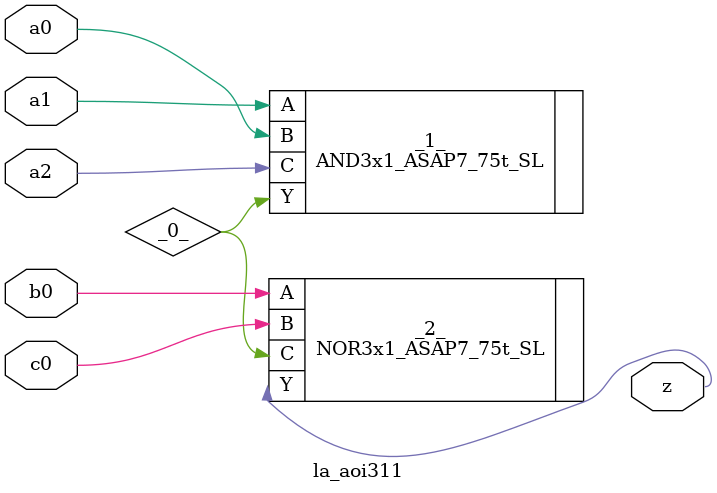
<source format=v>

/* Generated by Yosys 0.37 (git sha1 a5c7f69ed, clang 14.0.0-1ubuntu1.1 -fPIC -Os) */

module la_aoi311(a0, a1, a2, b0, c0, z);
  wire _0_;
  input a0;
  wire a0;
  input a1;
  wire a1;
  input a2;
  wire a2;
  input b0;
  wire b0;
  input c0;
  wire c0;
  output z;
  wire z;
  AND3x1_ASAP7_75t_SL _1_ (
    .A(a1),
    .B(a0),
    .C(a2),
    .Y(_0_)
  );
  NOR3x1_ASAP7_75t_SL _2_ (
    .A(b0),
    .B(c0),
    .C(_0_),
    .Y(z)
  );
endmodule

</source>
